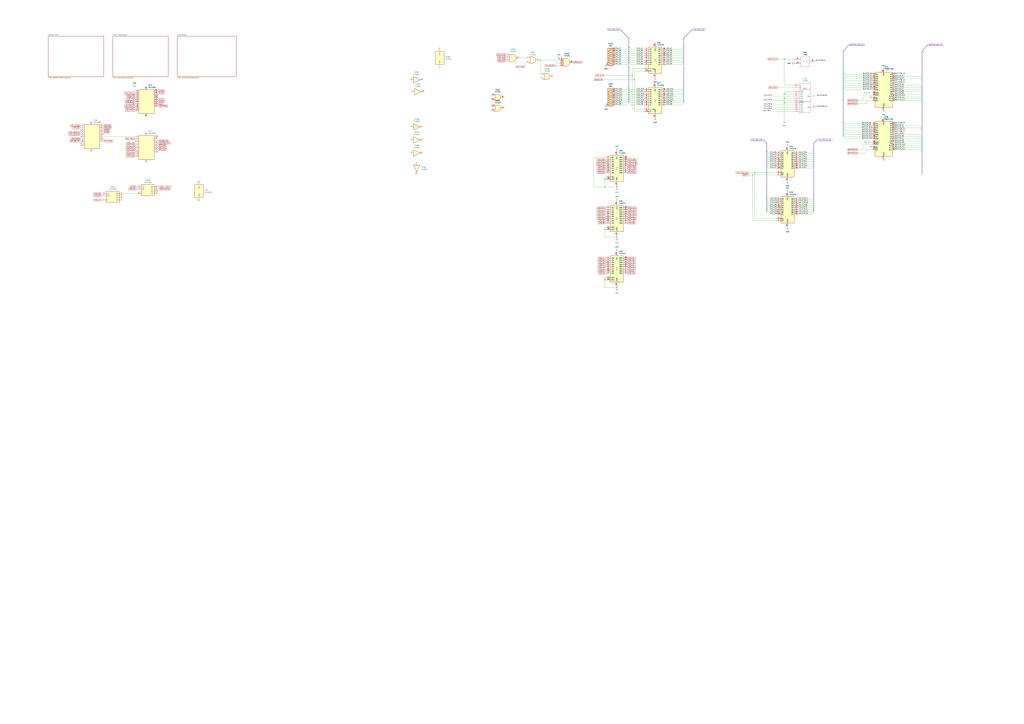
<source format=kicad_sch>
(kicad_sch (version 20211123) (generator eeschema)
  (paper "A0")
  (junction (at 627.38 69.85))
  (junction (at 716.28 217.17))
  (junction (at 716.28 275.59))
  (junction (at 876.3 200.66))
  (junction (at 648.97 68.58))
  (junction (at 910.59 114.3))
  (junction (at 910.59 68.58))
  (junction (at 910.59 109.22))
  (junction (at 873.76 203.2))
  (junction (at 702.31 325.12))
  (junction (at 716.28 334.01))
  (junction (at 910.59 119.38))
  (junction (at 702.31 266.7))
  (junction (at 702.31 208.28))
  (junction (at 736.6 92.71))
  (junction (at 734.06 87.63))
  (junction (at 702.31 217.17))
  (no_connect (at 182.88 113.03))
  (no_connect (at 182.88 110.49))
  (no_connect (at 119.38 156.21))
  (no_connect (at 93.98 168.91))
  (no_connect (at 119.38 161.29))
  (no_connect (at 93.98 158.75))
  (no_connect (at 93.98 151.13))
  (no_connect (at 93.98 166.37))
  (no_connect (at 157.48 163.83))
  (no_connect (at 182.88 158.75))
  (no_connect (at 182.88 176.53))
  (bus_entry (at 730.25 69.85) (size 2.54 2.54))
  (bus_entry (at 890.27 193.04) (size 2.54 2.54))
  (bus_entry (at 793.75 109.22) (size -2.54 2.54))
  (bus_entry (at 979.17 148.59) (size 2.54 2.54))
  (bus_entry (at 1070.61 161.29) (size -2.54 -2.54))
  (bus_entry (at 730.25 72.39) (size -2.54 2.54))
  (bus_entry (at 730.25 109.22) (size 2.54 2.54))
  (bus_entry (at 793.75 59.69) (size -2.54 2.54))
  (bus_entry (at 944.88 238.76) (size -2.54 2.54))
  (bus_entry (at 730.25 106.68) (size 2.54 2.54))
  (bus_entry (at 890.27 187.96) (size 2.54 2.54))
  (bus_entry (at 793.75 106.68) (size -2.54 2.54))
  (bus_entry (at 1070.61 176.53) (size -2.54 -2.54))
  (bus_entry (at 793.75 64.77) (size -2.54 2.54))
  (bus_entry (at 890.27 177.8) (size 2.54 2.54))
  (bus_entry (at 1070.61 158.75) (size -2.54 -2.54))
  (bus_entry (at 1070.61 93.98) (size -2.54 -2.54))
  (bus_entry (at 730.25 101.6) (size 2.54 2.54))
  (bus_entry (at 944.88 177.8) (size -2.54 2.54))
  (bus_entry (at 730.25 109.22) (size -2.54 2.54))
  (bus_entry (at 730.25 64.77) (size -2.54 2.54))
  (bus_entry (at 730.25 116.84) (size 2.54 2.54))
  (bus_entry (at 944.88 175.26) (size -2.54 2.54))
  (bus_entry (at 730.25 111.76) (size -2.54 2.54))
  (bus_entry (at 944.88 190.5) (size -2.54 2.54))
  (bus_entry (at 979.17 93.98) (size 2.54 2.54))
  (bus_entry (at 1070.61 173.99) (size -2.54 -2.54))
  (bus_entry (at 730.25 59.69) (size -2.54 2.54))
  (bus_entry (at 793.75 57.15) (size -2.54 2.54))
  (bus_entry (at 1070.61 163.83) (size -2.54 -2.54))
  (bus_entry (at 944.88 246.38) (size -2.54 2.54))
  (bus_entry (at 730.25 104.14) (size -2.54 2.54))
  (bus_entry (at 793.75 104.14) (size -2.54 2.54))
  (bus_entry (at 979.17 86.36) (size 2.54 2.54))
  (bus_entry (at 979.17 83.82) (size 2.54 2.54))
  (bus_entry (at 730.25 54.61) (size 2.54 2.54))
  (bus_entry (at 890.27 185.42) (size 2.54 2.54))
  (bus_entry (at 1070.61 116.84) (size -2.54 -2.54))
  (bus_entry (at 793.75 119.38) (size -2.54 2.54))
  (bus_entry (at 730.25 62.23) (size 2.54 2.54))
  (bus_entry (at 1070.61 109.22) (size -2.54 -2.54))
  (bus_entry (at 890.27 228.6) (size 2.54 2.54))
  (bus_entry (at 730.25 59.69) (size 2.54 2.54))
  (bus_entry (at 730.25 114.3) (size -2.54 2.54))
  (bus_entry (at 793.75 62.23) (size -2.54 2.54))
  (bus_entry (at 1070.61 114.3) (size -2.54 -2.54))
  (bus_entry (at 979.17 158.75) (size 2.54 2.54))
  (bus_entry (at 793.75 67.31) (size -2.54 2.54))
  (bus_entry (at 979.17 99.06) (size 2.54 2.54))
  (bus_entry (at 944.88 241.3) (size -2.54 2.54))
  (bus_entry (at 793.75 111.76) (size -2.54 2.54))
  (bus_entry (at 1070.61 171.45) (size -2.54 -2.54))
  (bus_entry (at 793.75 69.85) (size -2.54 2.54))
  (bus_entry (at 890.27 233.68) (size 2.54 2.54))
  (bus_entry (at 890.27 180.34) (size 2.54 2.54))
  (bus_entry (at 979.17 140.97) (size 2.54 2.54))
  (bus_entry (at 1070.61 148.59) (size -2.54 -2.54))
  (bus_entry (at 979.17 156.21) (size 2.54 2.54))
  (bus_entry (at 793.75 54.61) (size -2.54 2.54))
  (bus_entry (at 944.88 236.22) (size -2.54 2.54))
  (bus_entry (at 1070.61 168.91) (size -2.54 -2.54))
  (bus_entry (at 944.88 185.42) (size -2.54 2.54))
  (bus_entry (at 979.17 88.9) (size 2.54 2.54))
  (bus_entry (at 730.25 67.31) (size -2.54 2.54))
  (bus_entry (at 944.88 180.34) (size -2.54 2.54))
  (bus_entry (at 890.27 243.84) (size 2.54 2.54))
  (bus_entry (at 890.27 182.88) (size 2.54 2.54))
  (bus_entry (at 1070.61 111.76) (size -2.54 -2.54))
  (bus_entry (at 1070.61 104.14) (size -2.54 -2.54))
  (bus_entry (at 730.25 104.14) (size 2.54 2.54))
  (bus_entry (at 730.25 57.15) (size -2.54 2.54))
  (bus_entry (at 1070.61 91.44) (size -2.54 -2.54))
  (bus_entry (at 979.17 101.6) (size 2.54 2.54))
  (bus_entry (at 1070.61 101.6) (size -2.54 -2.54))
  (bus_entry (at 979.17 96.52) (size 2.54 2.54))
  (bus_entry (at 890.27 175.26) (size 2.54 2.54))
  (bus_entry (at 979.17 91.44) (size 2.54 2.54))
  (bus_entry (at 890.27 236.22) (size 2.54 2.54))
  (bus_entry (at 1070.61 106.68) (size -2.54 -2.54))
  (bus_entry (at 890.27 231.14) (size 2.54 2.54))
  (bus_entry (at 944.88 193.04) (size -2.54 2.54))
  (bus_entry (at 730.25 57.15) (size 2.54 2.54))
  (bus_entry (at 793.75 101.6) (size -2.54 2.54))
  (bus_entry (at 890.27 190.5) (size 2.54 2.54))
  (bus_entry (at 730.25 62.23) (size -2.54 2.54))
  (bus_entry (at 730.25 72.39) (size 2.54 2.54))
  (bus_entry (at 730.25 54.61) (size -2.54 2.54))
  (bus_entry (at 1070.61 151.13) (size -2.54 -2.54))
  (bus_entry (at 979.17 143.51) (size 2.54 2.54))
  (bus_entry (at 944.88 228.6) (size -2.54 2.54))
  (bus_entry (at 730.25 119.38) (size -2.54 2.54))
  (bus_entry (at 730.25 114.3) (size 2.54 2.54))
  (bus_entry (at 979.17 146.05) (size 2.54 2.54))
  (bus_entry (at 793.75 114.3) (size -2.54 2.54))
  (bus_entry (at 730.25 116.84) (size -2.54 2.54))
  (bus_entry (at 793.75 116.84) (size -2.54 2.54))
  (bus_entry (at 944.88 243.84) (size -2.54 2.54))
  (bus_entry (at 890.27 246.38) (size 2.54 2.54))
  (bus_entry (at 944.88 187.96) (size -2.54 2.54))
  (bus_entry (at 730.25 106.68) (size -2.54 2.54))
  (bus_entry (at 944.88 233.68) (size -2.54 2.54))
  (bus_entry (at 1070.61 119.38) (size -2.54 -2.54))
  (bus_entry (at 979.17 153.67) (size 2.54 2.54))
  (bus_entry (at 890.27 241.3) (size 2.54 2.54))
  (bus_entry (at 944.88 231.14) (size -2.54 2.54))
  (bus_entry (at 979.17 151.13) (size 2.54 2.54))
  (bus_entry (at 1070.61 166.37) (size -2.54 -2.54))
  (bus_entry (at 730.25 119.38) (size 2.54 2.54))
  (bus_entry (at 890.27 238.76) (size 2.54 2.54))
  (bus_entry (at 730.25 67.31) (size 2.54 2.54))
  (bus_entry (at 793.75 72.39) (size -2.54 2.54))
  (bus_entry (at 730.25 69.85) (size -2.54 2.54))
  (bus_entry (at 730.25 101.6) (size -2.54 2.54))
  (bus_entry (at 944.88 182.88) (size -2.54 2.54))
  (bus_entry (at 730.25 64.77) (size 2.54 2.54))
  (bus_entry (at 730.25 111.76) (size 2.54 2.54))
  (wire (pts (xy 901.7 256.54) (xy 873.76 256.54)))
  (bus (pts (xy 793.75 44.45) (xy 793.75 54.61)))
  (wire (pts (xy 626.11 69.85) (xy 627.38 69.85)))
  (wire (pts (xy 716.28 218.44) (xy 716.28 217.17)))
  (wire (pts (xy 981.71 101.6) (xy 1013.46 101.6)))
  (wire (pts (xy 1068.07 88.9) (xy 1038.86 88.9)))
  (bus (pts (xy 1070.61 59.69) (xy 1076.96 52.07)))
  (bus (pts (xy 793.75 114.3) (xy 793.75 116.84)))
  (wire (pts (xy 732.79 109.22) (xy 748.03 109.22)))
  (wire (pts (xy 892.81 233.68) (xy 901.7 233.68)))
  (wire (pts (xy 892.81 231.14) (xy 901.7 231.14)))
  (wire (pts (xy 727.71 67.31) (xy 713.74 67.31)))
  (wire (pts (xy 716.28 217.17) (xy 716.28 215.9)))
  (bus (pts (xy 730.25 64.77) (xy 730.25 62.23)))
  (bus (pts (xy 890.27 193.04) (xy 890.27 228.6)))
  (wire (pts (xy 727.71 114.3) (xy 713.74 114.3)))
  (bus (pts (xy 944.88 166.37) (xy 944.88 175.26)))
  (wire (pts (xy 791.21 119.38) (xy 773.43 119.38)))
  (wire (pts (xy 981.71 96.52) (xy 1013.46 96.52)))
  (wire (pts (xy 732.79 62.23) (xy 748.03 62.23)))
  (wire (pts (xy 689.61 182.88) (xy 689.61 217.17)))
  (bus (pts (xy 979.17 143.51) (xy 979.17 146.05)))
  (wire (pts (xy 791.21 64.77) (xy 773.43 64.77)))
  (wire (pts (xy 732.79 106.68) (xy 748.03 106.68)))
  (wire (pts (xy 727.71 57.15) (xy 713.74 57.15)))
  (bus (pts (xy 730.25 59.69) (xy 730.25 57.15)))
  (wire (pts (xy 942.34 180.34) (xy 927.1 180.34)))
  (wire (pts (xy 896.62 111.76) (xy 920.75 111.76)))
  (wire (pts (xy 732.79 116.84) (xy 748.03 116.84)))
  (wire (pts (xy 892.81 190.5) (xy 901.7 190.5)))
  (bus (pts (xy 793.75 59.69) (xy 793.75 62.23)))
  (wire (pts (xy 702.31 205.74) (xy 702.31 208.28)))
  (bus (pts (xy 793.75 111.76) (xy 793.75 114.3)))
  (bus (pts (xy 1070.61 119.38) (xy 1070.61 116.84)))
  (wire (pts (xy 732.79 119.38) (xy 748.03 119.38)))
  (wire (pts (xy 942.34 246.38) (xy 927.1 246.38)))
  (bus (pts (xy 793.75 67.31) (xy 793.75 69.85)))
  (wire (pts (xy 1068.07 99.06) (xy 1038.86 99.06)))
  (bus (pts (xy 890.27 231.14) (xy 890.27 233.68)))
  (wire (pts (xy 873.76 203.2) (xy 869.95 203.2)))
  (wire (pts (xy 703.58 205.74) (xy 702.31 205.74)))
  (bus (pts (xy 944.88 233.68) (xy 944.88 236.22)))
  (wire (pts (xy 904.24 101.6) (xy 920.75 101.6)))
  (wire (pts (xy 1068.07 91.44) (xy 1038.86 91.44)))
  (wire (pts (xy 981.71 151.13) (xy 1013.46 151.13)))
  (wire (pts (xy 1068.07 163.83) (xy 1038.86 163.83)))
  (bus (pts (xy 1070.61 176.53) (xy 1070.61 173.99)))
  (wire (pts (xy 922.02 68.58) (xy 910.59 68.58)))
  (wire (pts (xy 646.43 73.66) (xy 650.24 73.66)))
  (wire (pts (xy 732.79 59.69) (xy 748.03 59.69)))
  (wire (pts (xy 1005.84 177.8) (xy 1005.84 173.99)))
  (bus (pts (xy 979.17 83.82) (xy 979.17 86.36)))
  (bus (pts (xy 1070.61 101.6) (xy 1070.61 93.98)))
  (wire (pts (xy 892.81 177.8) (xy 901.7 177.8)))
  (wire (pts (xy 1068.07 158.75) (xy 1038.86 158.75)))
  (wire (pts (xy 791.21 57.15) (xy 773.43 57.15)))
  (wire (pts (xy 791.21 104.14) (xy 773.43 104.14)))
  (bus (pts (xy 730.25 62.23) (xy 730.25 59.69)))
  (wire (pts (xy 734.06 80.01) (xy 734.06 87.63)))
  (wire (pts (xy 716.28 335.28) (xy 716.28 334.01)))
  (wire (pts (xy 1068.07 148.59) (xy 1038.86 148.59)))
  (wire (pts (xy 1068.07 101.6) (xy 1038.86 101.6)))
  (wire (pts (xy 1068.07 173.99) (xy 1038.86 173.99)))
  (wire (pts (xy 732.79 67.31) (xy 748.03 67.31)))
  (wire (pts (xy 791.21 72.39) (xy 773.43 72.39)))
  (wire (pts (xy 942.34 190.5) (xy 927.1 190.5)))
  (wire (pts (xy 748.03 80.01) (xy 734.06 80.01)))
  (wire (pts (xy 910.59 68.58) (xy 910.59 99.06)))
  (bus (pts (xy 979.17 156.21) (xy 979.17 158.75)))
  (wire (pts (xy 1002.03 116.84) (xy 1002.03 110.49)))
  (wire (pts (xy 1068.07 166.37) (xy 1038.86 166.37)))
  (wire (pts (xy 736.6 92.71) (xy 736.6 129.54)))
  (wire (pts (xy 702.31 275.59) (xy 716.28 275.59)))
  (wire (pts (xy 942.34 185.42) (xy 927.1 185.42)))
  (bus (pts (xy 944.88 180.34) (xy 944.88 182.88)))
  (wire (pts (xy 981.71 143.51) (xy 1013.46 143.51)))
  (bus (pts (xy 1070.61 163.83) (xy 1070.61 161.29)))
  (wire (pts (xy 942.34 233.68) (xy 927.1 233.68)))
  (bus (pts (xy 944.88 238.76) (xy 944.88 241.3)))
  (wire (pts (xy 791.21 69.85) (xy 773.43 69.85)))
  (bus (pts (xy 886.46 162.56) (xy 890.27 166.37)))
  (bus (pts (xy 890.27 238.76) (xy 890.27 241.3)))
  (bus (pts (xy 793.75 72.39) (xy 793.75 101.6)))
  (bus (pts (xy 944.88 231.14) (xy 944.88 233.68)))
  (wire (pts (xy 748.03 129.54) (xy 736.6 129.54)))
  (bus (pts (xy 979.17 148.59) (xy 979.17 151.13)))
  (bus (pts (xy 1070.61 148.59) (xy 1070.61 151.13)))
  (wire (pts (xy 942.34 177.8) (xy 927.1 177.8)))
  (bus (pts (xy 890.27 190.5) (xy 890.27 193.04)))
  (bus (pts (xy 793.75 116.84) (xy 793.75 119.38)))
  (wire (pts (xy 1068.07 161.29) (xy 1038.86 161.29)))
  (wire (pts (xy 892.81 193.04) (xy 901.7 193.04)))
  (wire (pts (xy 727.71 109.22) (xy 713.74 109.22)))
  (wire (pts (xy 701.04 92.71) (xy 736.6 92.71)))
  (wire (pts (xy 727.71 116.84) (xy 713.74 116.84)))
  (wire (pts (xy 703.58 266.7) (xy 702.31 266.7)))
  (bus (pts (xy 1070.61 91.44) (xy 1070.61 93.98)))
  (wire (pts (xy 996.95 120.65) (xy 1005.84 120.65)))
  (wire (pts (xy 727.71 59.69) (xy 713.74 59.69)))
  (bus (pts (xy 803.91 34.29) (xy 793.75 44.45)))
  (wire (pts (xy 732.79 64.77) (xy 748.03 64.77)))
  (bus (pts (xy 944.88 243.84) (xy 944.88 246.38)))
  (wire (pts (xy 736.6 82.55) (xy 736.6 92.71)))
  (bus (pts (xy 1070.61 114.3) (xy 1070.61 111.76)))
  (bus (pts (xy 979.17 91.44) (xy 979.17 93.98)))
  (wire (pts (xy 791.21 62.23) (xy 773.43 62.23)))
  (wire (pts (xy 876.3 254) (xy 876.3 200.66)))
  (bus (pts (xy 944.88 228.6) (xy 944.88 231.14)))
  (bus (pts (xy 944.88 193.04) (xy 944.88 228.6)))
  (wire (pts (xy 1005.84 116.84) (xy 1013.46 116.84)))
  (bus (pts (xy 730.25 109.22) (xy 730.25 106.68)))
  (bus (pts (xy 944.88 182.88) (xy 944.88 185.42)))
  (wire (pts (xy 1005.84 120.65) (xy 1005.84 116.84)))
  (wire (pts (xy 892.81 185.42) (xy 901.7 185.42)))
  (wire (pts (xy 748.03 127) (xy 734.06 127)))
  (wire (pts (xy 732.79 57.15) (xy 748.03 57.15)))
  (wire (pts (xy 910.59 114.3) (xy 910.59 119.38)))
  (wire (pts (xy 627.38 86.36) (xy 627.38 69.85)))
  (wire (pts (xy 716.28 275.59) (xy 716.28 274.32)))
  (bus (pts (xy 1070.61 59.69) (xy 1070.61 91.44)))
  (wire (pts (xy 650.24 71.12) (xy 648.97 71.12)))
  (wire (pts (xy 981.71 148.59) (xy 1013.46 148.59)))
  (wire (pts (xy 1010.92 165.1) (xy 1013.46 165.1)))
  (bus (pts (xy 979.17 88.9) (xy 979.17 91.44)))
  (wire (pts (xy 1068.07 109.22) (xy 1038.86 109.22)))
  (bus (pts (xy 979.17 151.13) (xy 979.17 153.67)))
  (wire (pts (xy 942.34 187.96) (xy 927.1 187.96)))
  (wire (pts (xy 646.43 76.2) (xy 650.24 76.2)))
  (wire (pts (xy 732.79 114.3) (xy 748.03 114.3)))
  (bus (pts (xy 730.25 101.6) (xy 730.25 72.39)))
  (wire (pts (xy 981.71 153.67) (xy 1013.46 153.67)))
  (bus (pts (xy 1070.61 161.29) (xy 1070.61 158.75)))
  (wire (pts (xy 727.71 64.77) (xy 713.74 64.77)))
  (bus (pts (xy 1070.61 173.99) (xy 1070.61 171.45)))
  (wire (pts (xy 892.81 187.96) (xy 901.7 187.96)))
  (wire (pts (xy 869.95 200.66) (xy 876.3 200.66)))
  (wire (pts (xy 791.21 111.76) (xy 773.43 111.76)))
  (bus (pts (xy 793.75 54.61) (xy 793.75 57.15)))
  (bus (pts (xy 890.27 243.84) (xy 890.27 246.38)))
  (wire (pts (xy 981.71 104.14) (xy 1013.46 104.14)))
  (bus (pts (xy 793.75 101.6) (xy 793.75 104.14)))
  (wire (pts (xy 896.62 116.84) (xy 920.75 116.84)))
  (bus (pts (xy 1070.61 168.91) (xy 1070.61 166.37)))
  (wire (pts (xy 1068.07 106.68) (xy 1038.86 106.68)))
  (bus (pts (xy 793.75 104.14) (xy 793.75 106.68)))
  (wire (pts (xy 791.21 74.93) (xy 773.43 74.93)))
  (wire (pts (xy 981.71 161.29) (xy 1013.46 161.29)))
  (wire (pts (xy 732.79 74.93) (xy 748.03 74.93)))
  (bus (pts (xy 730.25 104.14) (xy 730.25 101.6)))
  (bus (pts (xy 730.25 69.85) (xy 730.25 67.31)))
  (bus (pts (xy 890.27 180.34) (xy 890.27 182.88)))
  (bus (pts (xy 730.25 119.38) (xy 730.25 116.84)))
  (wire (pts (xy 981.71 156.21) (xy 1013.46 156.21)))
  (wire (pts (xy 920.75 109.22) (xy 910.59 109.22)))
  (wire (pts (xy 650.24 68.58) (xy 648.97 68.58)))
  (bus (pts (xy 979.17 153.67) (xy 979.17 156.21)))
  (bus (pts (xy 944.88 190.5) (xy 944.88 193.04)))
  (wire (pts (xy 895.35 129.54) (xy 920.75 129.54)))
  (wire (pts (xy 791.21 114.3) (xy 773.43 114.3)))
  (wire (pts (xy 727.71 62.23) (xy 713.74 62.23)))
  (wire (pts (xy 892.81 195.58) (xy 901.7 195.58)))
  (wire (pts (xy 609.6 72.39) (xy 610.87 72.39)))
  (wire (pts (xy 892.81 241.3) (xy 901.7 241.3)))
  (bus (pts (xy 793.75 69.85) (xy 793.75 72.39)))
  (wire (pts (xy 1068.07 156.21) (xy 1038.86 156.21)))
  (bus (pts (xy 793.75 64.77) (xy 793.75 67.31)))
  (wire (pts (xy 942.34 231.14) (xy 927.1 231.14)))
  (bus (pts (xy 730.25 111.76) (xy 730.25 109.22)))
  (wire (pts (xy 920.75 106.68) (xy 910.59 106.68)))
  (wire (pts (xy 609.6 77.47) (xy 609.6 72.39)))
  (wire (pts (xy 603.25 67.31) (xy 610.87 67.31)))
  (wire (pts (xy 702.31 87.63) (xy 734.06 87.63)))
  (bus (pts (xy 793.75 109.22) (xy 793.75 111.76)))
  (bus (pts (xy 979.17 146.05) (xy 979.17 148.59)))
  (wire (pts (xy 1068.07 168.91) (xy 1038.86 168.91)))
  (wire (pts (xy 942.34 193.04) (xy 927.1 193.04)))
  (bus (pts (xy 1070.61 158.75) (xy 1070.61 151.13)))
  (wire (pts (xy 703.58 182.88) (xy 689.61 182.88)))
  (wire (pts (xy 703.58 208.28) (xy 702.31 208.28)))
  (bus (pts (xy 979.17 59.69) (xy 979.17 83.82)))
  (wire (pts (xy 876.3 200.66) (xy 901.7 200.66)))
  (bus (pts (xy 1070.61 106.68) (xy 1070.61 104.14)))
  (wire (pts (xy 791.21 121.92) (xy 773.43 121.92)))
  (bus (pts (xy 944.88 241.3) (xy 944.88 243.84)))
  (bus (pts (xy 944.88 175.26) (xy 944.88 177.8)))
  (wire (pts (xy 892.81 246.38) (xy 901.7 246.38)))
  (bus (pts (xy 948.69 162.56) (xy 944.88 166.37)))
  (wire (pts (xy 892.81 180.34) (xy 901.7 180.34)))
  (wire (pts (xy 727.71 104.14) (xy 713.74 104.14)))
  (bus (pts (xy 890.27 236.22) (xy 890.27 238.76)))
  (bus (pts (xy 793.75 106.68) (xy 793.75 109.22)))
  (bus (pts (xy 979.17 96.52) (xy 979.17 99.06)))
  (wire (pts (xy 732.79 111.76) (xy 748.03 111.76)))
  (wire (pts (xy 942.34 182.88) (xy 927.1 182.88)))
  (wire (pts (xy 901.7 254) (xy 876.3 254)))
  (wire (pts (xy 732.79 72.39) (xy 748.03 72.39)))
  (bus (pts (xy 890.27 182.88) (xy 890.27 185.42)))
  (wire (pts (xy 703.58 325.12) (xy 702.31 325.12)))
  (wire (pts (xy 1068.07 114.3) (xy 1038.86 114.3)))
  (wire (pts (xy 892.81 182.88) (xy 901.7 182.88)))
  (bus (pts (xy 979.17 93.98) (xy 979.17 96.52)))
  (wire (pts (xy 727.71 74.93) (xy 713.74 74.93)))
  (bus (pts (xy 1070.61 166.37) (xy 1070.61 163.83)))
  (wire (pts (xy 942.34 236.22) (xy 927.1 236.22)))
  (wire (pts (xy 996.95 116.84) (xy 1002.03 116.84)))
  (wire (pts (xy 791.21 59.69) (xy 773.43 59.69)))
  (bus (pts (xy 730.25 116.84) (xy 730.25 114.3)))
  (bus (pts (xy 890.27 185.42) (xy 890.27 187.96)))
  (wire (pts (xy 143.51 224.79) (xy 158.75 224.79)))
  (bus (pts (xy 944.88 236.22) (xy 944.88 238.76)))
  (bus (pts (xy 730.25 106.68) (xy 730.25 104.14)))
  (wire (pts (xy 702.31 266.7) (xy 702.31 275.59)))
  (wire (pts (xy 646.43 69.85) (xy 646.43 73.66)))
  (wire (pts (xy 702.31 325.12) (xy 702.31 334.01)))
  (wire (pts (xy 1013.46 171.45) (xy 1010.92 171.45)))
  (wire (pts (xy 1002.03 167.64) (xy 1013.46 167.64)))
  (wire (pts (xy 981.71 86.36) (xy 1013.46 86.36)))
  (bus (pts (xy 890.27 187.96) (xy 890.27 190.5)))
  (wire (pts (xy 157.48 105.41) (xy 156.21 105.41)))
  (bus (pts (xy 890.27 228.6) (xy 890.27 231.14)))
  (wire (pts (xy 981.71 91.44) (xy 1013.46 91.44)))
  (wire (pts (xy 896.62 124.46) (xy 920.75 124.46)))
  (bus (pts (xy 979.17 140.97) (xy 979.17 143.51)))
  (wire (pts (xy 892.81 243.84) (xy 901.7 243.84)))
  (wire (pts (xy 996.95 177.8) (xy 1005.84 177.8)))
  (bus (pts (xy 720.09 34.29) (xy 730.25 44.45)))
  (wire (pts (xy 942.34 243.84) (xy 927.1 243.84)))
  (wire (pts (xy 896.62 121.92) (xy 920.75 121.92)))
  (bus (pts (xy 1070.61 116.84) (xy 1070.61 114.3)))
  (wire (pts (xy 1005.84 173.99) (xy 1013.46 173.99)))
  (wire (pts (xy 920.75 119.38) (xy 910.59 119.38)))
  (wire (pts (xy 156.21 105.41) (xy 156.21 101.6)))
  (bus (pts (xy 1070.61 109.22) (xy 1070.61 106.68)))
  (wire (pts (xy 716.28 334.01) (xy 716.28 332.74)))
  (wire (pts (xy 910.59 119.38) (xy 910.59 140.97)))
  (wire (pts (xy 727.71 121.92) (xy 713.74 121.92)))
  (bus (pts (xy 730.25 72.39) (xy 730.25 69.85)))
  (wire (pts (xy 892.81 248.92) (xy 901.7 248.92)))
  (wire (pts (xy 627.38 69.85) (xy 646.43 69.85)))
  (wire (pts (xy 727.71 111.76) (xy 713.74 111.76)))
  (wire (pts (xy 1002.03 110.49) (xy 1013.46 110.49)))
  (wire (pts (xy 981.71 99.06) (xy 1013.46 99.06)))
  (wire (pts (xy 1002.03 173.99) (xy 1002.03 167.64)))
  (wire (pts (xy 873.76 256.54) (xy 873.76 203.2)))
  (bus (pts (xy 979.17 59.69) (xy 985.52 52.07)))
  (wire (pts (xy 702.31 334.01) (xy 716.28 334.01)))
  (wire (pts (xy 791.21 67.31) (xy 773.43 67.31)))
  (bus (pts (xy 890.27 166.37) (xy 890.27 175.26)))
  (bus (pts (xy 730.25 54.61) (xy 730.25 44.45)))
  (bus (pts (xy 1070.61 171.45) (xy 1070.61 168.91)))
  (wire (pts (xy 648.97 68.58) (xy 648.97 71.12)))
  (wire (pts (xy 942.34 248.92) (xy 927.1 248.92)))
  (wire (pts (xy 727.71 72.39) (xy 713.74 72.39)))
  (bus (pts (xy 979.17 99.06) (xy 979.17 101.6)))
  (bus (pts (xy 730.25 114.3) (xy 730.25 111.76)))
  (wire (pts (xy 896.62 127) (xy 920.75 127)))
  (bus (pts (xy 793.75 62.23) (xy 793.75 64.77)))
  (wire (pts (xy 791.21 109.22) (xy 773.43 109.22)))
  (wire (pts (xy 910.59 99.06) (xy 920.75 99.06)))
  (bus (pts (xy 730.25 57.15) (xy 730.25 54.61)))
  (wire (pts (xy 910.59 106.68) (xy 910.59 109.22)))
  (wire (pts (xy 748.03 82.55) (xy 736.6 82.55)))
  (bus (pts (xy 1070.61 119.38) (xy 1070.61 148.59)))
  (bus (pts (xy 944.88 177.8) (xy 944.88 180.34)))
  (wire (pts (xy 732.79 121.92) (xy 748.03 121.92)))
  (wire (pts (xy 119.38 158.75) (xy 157.48 158.75)))
  (wire (pts (xy 1010.92 107.95) (xy 1013.46 107.95)))
  (wire (pts (xy 981.71 93.98) (xy 1013.46 93.98)))
  (wire (pts (xy 1068.07 146.05) (xy 1038.86 146.05)))
  (wire (pts (xy 734.06 127) (xy 734.06 87.63)))
  (wire (pts (xy 702.31 322.58) (xy 702.31 325.12)))
  (bus (pts (xy 944.88 185.42) (xy 944.88 187.96)))
  (wire (pts (xy 716.28 276.86) (xy 716.28 275.59)))
  (wire (pts (xy 901.7 203.2) (xy 873.76 203.2)))
  (wire (pts (xy 892.81 236.22) (xy 901.7 236.22)))
  (wire (pts (xy 703.58 322.58) (xy 702.31 322.58)))
  (wire (pts (xy 732.79 104.14) (xy 748.03 104.14)))
  (wire (pts (xy 981.71 158.75) (xy 1013.46 158.75)))
  (wire (pts (xy 727.71 69.85) (xy 713.74 69.85)))
  (bus (pts (xy 793.75 57.15) (xy 793.75 59.69)))
  (wire (pts (xy 703.58 264.16) (xy 702.31 264.16)))
  (wire (pts (xy 942.34 241.3) (xy 927.1 241.3)))
  (wire (pts (xy 791.21 116.84) (xy 773.43 116.84)))
  (wire (pts (xy 732.79 69.85) (xy 748.03 69.85)))
  (wire (pts (xy 1068.07 111.76) (xy 1038.86 111.76)))
  (wire (pts (xy 942.34 238.76) (xy 927.1 238.76)))
  (bus (pts (xy 730.25 67.31) (xy 730.25 64.77)))
  (wire (pts (xy 702.31 217.17) (xy 716.28 217.17)))
  (bus (pts (xy 979.17 86.36) (xy 979.17 88.9)))
  (wire (pts (xy 1068.07 104.14) (xy 1038.86 104.14)))
  (wire (pts (xy 702.31 264.16) (xy 702.31 266.7)))
  (bus (pts (xy 979.17 101.6) (xy 979.17 140.97)))
  (wire (pts (xy 942.34 195.58) (xy 927.1 195.58)))
  (wire (pts (xy 727.71 106.68) (xy 713.74 106.68)))
  (wire (pts (xy 981.71 88.9) (xy 1013.46 88.9)))
  (wire (pts (xy 1068.07 116.84) (xy 1038.86 116.84)))
  (bus (pts (xy 1070.61 111.76) (xy 1070.61 109.22)))
  (wire (pts (xy 920.75 114.3) (xy 910.59 114.3)))
  (bus (pts (xy 1070.61 104.14) (xy 1070.61 101.6)))
  (bus (pts (xy 890.27 241.3) (xy 890.27 243.84)))
  (wire (pts (xy 892.81 238.76) (xy 901.7 238.76)))
  (bus (pts (xy 890.27 175.26) (xy 890.27 177.8)))
  (bus (pts (xy 1070.61 176.53) (xy 1070.61 203.2)))
  (wire (pts (xy 1068.07 171.45) (xy 1038.86 171.45)))
  (wire (pts (xy 702.31 208.28) (xy 702.31 217.17)))
  (wire (pts (xy 904.24 68.58) (xy 910.59 68.58)))
  (wire (pts (xy 1013.46 114.3) (xy 1010.92 114.3)))
  (bus (pts (xy 890.27 233.68) (xy 890.27 236.22)))
  (bus (pts (xy 944.88 187.96) (xy 944.88 190.5)))
  (wire (pts (xy 791.21 106.68) (xy 773.43 106.68)))
  (wire (pts (xy 910.59 109.22) (xy 910.59 114.3)))
  (wire (pts (xy 981.71 146.05) (xy 1013.46 146.05)))
  (wire (pts (xy 689.61 217.17) (xy 702.31 217.17)))
  (wire (pts (xy 727.71 119.38) (xy 713.74 119.38)))
  (bus (pts (xy 890.27 177.8) (xy 890.27 180.34)))
  (wire (pts (xy 996.95 173.99) (xy 1002.03 173.99)))
  (label "VID_CTRL13" (at 927.1 246.38 0))
  (label "CPU_D11" (at 713.74 114.3 0))
  (label "CPU_D15" (at 894.08 248.92 0))
  (label "V33_D5" (at 773.43 62.23 0))
  (label "VID_CTRL9" (at 927.1 241.3 0))
  (label "CPU_D3" (at 894.08 190.5 0))
  (label "BUFFER_D4" (at 1002.03 96.52 0))
  (label "VID_CTRL8" (at 927.1 238.76 0))
  (label "VID_CTRL14" (at 927.1 231.14 0))
  (label "VID_CTRL2" (at 896.62 111.76 180))
  (label "CPU_D12" (at 739.14 111.76 0))
  (label "CPU_D8" (at 894.08 238.76 0))
  (label "CPU_D14" (at 713.74 106.68 0))
  (label "BUFFER_D14" (at 1000.76 158.75 0))
  (label "CPU_D2" (at 713.74 69.85 0))
  (label "CPU_D12" (at 894.08 233.68 0))
  (label "VID_CTRL4" (at 895.35 129.54 180))
  (label "V33_D1" (at 773.43 72.39 0))
  (label "CPU_D0" (at 894.08 185.42 0))
  (label "BUFFER_A8" (at 1038.86 106.68 0))
  (label "BUFFER_D2" (at 1002.03 91.44 0))
  (label "CPU_D3" (at 739.14 67.31 0))
  (label "BUFFER_D9" (at 1000.76 146.05 0))
  (label "CPU_D14" (at 739.14 106.68 0))
  (label "CPU_D11" (at 894.08 243.84 0))
  (label "VID_CTRL12" (at 927.1 233.68 0))
  (label "BUFFER_D5" (at 1002.03 99.06 0))
  (label "VID_CTRL11" (at 927.1 243.84 0))
  (label "VID_CTRL1" (at 896.62 124.46 180))
  (label "V33_D2" (at 773.43 69.85 0))
  (label "V33_D13" (at 773.43 109.22 0))
  (label "BUFFER_D11" (at 1000.76 151.13 0))
  (label "CPU_D5" (at 739.14 62.23 0))
  (label "CPU_D10" (at 739.14 116.84 0))
  (label "CPU_D11" (at 739.14 114.3 0))
  (label "VID_CTRL3" (at 927.1 190.5 0))
  (label "CPU_D1" (at 739.14 72.39 0))
  (label "BUFFER_A6" (at 1038.86 158.75 0))
  (label "VID_CTRL7" (at 927.1 195.58 0))
  (label "CPU_D4" (at 894.08 180.34 0))
  (label "VID_CTRL0" (at 927.1 185.42 0))
  (label "CPU_D13" (at 713.74 109.22 0))
  (label "BUFFER_A12" (at 1038.86 173.99 0))
  (label "BUFFERB_A0" (at 1038.86 86.36 0))
  (label "VID_CTRL1" (at 927.1 187.96 0))
  (label "BUFFER_A1" (at 1038.86 88.9 0))
  (label "BUFFERB_A4" (at 1038.86 96.52 0))
  (label "CPU_D8" (at 739.14 121.92 0))
  (label "BUFFERB_A0" (at 948.69 111.76 0))
  (label "BUFFER_D7" (at 1002.03 104.14 0))
  (label "BUFFERB_A0" (at 1038.86 143.51 0))
  (label "CPU_D5" (at 894.08 193.04 0))
  (label "CPU_D7" (at 894.08 195.58 0))
  (label "BUFFER_D15" (at 1000.76 161.29 0))
  (label "VID_CTRL5" (at 896.62 116.84 180))
  (label "V33_D14" (at 773.43 106.68 0))
  (label "CPU_D6" (at 894.08 177.8 0))
  (label "CPU_D0" (at 713.74 74.93 0))
  (label "CPU_D2" (at 739.14 69.85 0))
  (label "CPU_D9" (at 894.08 241.3 0))
  (label "BUFFER_A5" (at 1038.86 99.06 0))
  (label "BUFFER_D10" (at 1000.76 148.59 0))
  (label "CPU_D4" (at 739.14 64.77 0))
  (label "V33_D9" (at 773.43 119.38 0))
  (label "V33_D8" (at 773.43 121.92 0))
  (label "V33_D10" (at 773.43 116.84 0))
  (label "V33_D0" (at 773.43 74.93 0))
  (label "CPU_D13" (at 894.08 246.38 0))
  (label "BUFFERB_A4" (at 1038.86 153.67 0))
  (label "BUFFER_D3" (at 1002.03 93.98 0))
  (label "V33_D4" (at 773.43 64.77 0))
  (label "BUFFER_D12" (at 1000.76 153.67 0))
  (label "VID_CTRL4" (at 927.1 180.34 0))
  (label "BUFFER_A1" (at 1038.86 146.05 0))
  (label "BUFFER_A10" (at 1038.86 168.91 0))
  (label "VID_CTRL10" (at 927.1 236.22 0))
  (label "BUFFER_A6" (at 1038.86 101.6 0))
  (label "BUFFER_A5" (at 1038.86 156.21 0))
  (label "CPU_D1" (at 894.08 187.96 0))
  (label "BUFFER_A9" (at 1038.86 109.22 0))
  (label "BUFFER_A11" (at 1038.86 114.3 0))
  (label "V33_D12" (at 773.43 111.76 0))
  (label "BUFFERB_A3" (at 1038.86 93.98 0))
  (label "CPU_D15" (at 739.14 104.14 0))
  (label "BUFFERB_A3" (at 1038.86 151.13 0))
  (label "CPU_D1" (at 713.74 72.39 0))
  (label "VID_CTRL15" (at 927.1 248.92 0))
  (label "CPU_D6" (at 713.74 59.69 0))
  (label "CPU_D8" (at 713.74 121.92 0))
  (label "CPU_D14" (at 894.08 231.14 0))
  (label "BUFFER_A12" (at 1038.86 116.84 0))
  (label "CPU_D12" (at 713.74 111.76 0))
  (label "BUFFERB_A3" (at 948.69 124.46 0))
  (label "CPU_D5" (at 713.74 62.23 0))
  (label "CPU_D2" (at 894.08 182.88 0))
  (label "VID_CTRL3" (at 896.62 127 180))
  (label "BUFFERB_A4" (at 947.42 71.12 0))
  (label "CPU_D7" (at 713.74 57.15 0))
  (label "V33_D3" (at 773.43 67.31 0))
  (label "BUFFER_A10" (at 1038.86 111.76 0))
  (label "BUFFER_A7" (at 1038.86 104.14 0))
  (label "BUFFER_A11" (at 1038.86 171.45 0))
  (label "V33_D6" (at 773.43 59.69 0))
  (label "CPU_D9" (at 739.14 119.38 0))
  (label "CPU_D7" (at 739.14 57.15 0))
  (label "BUFFER_D13" (at 1000.76 156.21 0))
  (label "BUFFER_A9" (at 1038.86 166.37 0))
  (label "CPU_D0" (at 739.14 74.93 0))
  (label "BUFFER_D8" (at 1000.76 143.51 0))
  (label "CPU_D10" (at 894.08 236.22 0))
  (label "BUFFER_D6" (at 1002.03 101.6 0))
  (label "BUFFER_A7" (at 1038.86 161.29 0))
  (label "V33_D15" (at 773.43 104.14 0))
  (label "CPU_D13" (at 739.14 109.22 0))
  (label "BUFFER_A2" (at 1038.86 91.44 0))
  (label "BUFFER_D0" (at 1002.03 86.36 0))
  (label "BUFFER_A2" (at 1038.86 148.59 0))
  (label "CPU_D6" (at 739.14 59.69 0))
  (label "CPU_D15" (at 713.74 104.14 0))
  (label "CPU_D9" (at 713.74 119.38 0))
  (label "VID_CTRL0" (at 896.62 121.92 180))
  (label "VID_CTRL6" (at 927.1 177.8 0))
  (label "BUFFER_A8" (at 1038.86 163.83 0))
  (label "CPU_D4" (at 713.74 64.77 0))
  (label "V33_D11" (at 773.43 114.3 0))
  (label "V33_D7" (at 773.43 57.15 0))
  (label "BUFFER_D1" (at 1002.03 88.9 0))
  (label "VID_CTRL5" (at 927.1 193.04 0))
  (label "CPU_D10" (at 713.74 116.84 0))
  (label "VID_CTRL2" (at 927.1 182.88 0))
  (label "CPU_D3" (at 713.74 67.31 0))
  (global_label "CPU_A11" (shape input) (at 182.88 171.45 0) (property "Intersheet References" "${INTERSHEET_REFS}" (effects hide)))
  (global_label "CPU_A12" (shape input) (at 182.88 173.99 0) (property "Intersheet References" "${INTERSHEET_REFS}" (effects hide)))
  (global_label "VID_CTRL_CLK" (shape input) (at 869.95 200.66 180) (property "Intersheet References" "${INTERSHEET_REFS}" (effects hide)))
  (global_label "CPU_A6" (shape input) (at 118.11 224.79 180) (property "Intersheet References" "${INTERSHEET_REFS}" (effects hide)))
  (global_label "V33_A15" (shape input) (at 703.58 248.92 180) (property "Intersheet References" "${INTERSHEET_REFS}" (effects hide)))
  (global_label "IC63_158" (shape input) (at 157.48 110.49 180) (property "Intersheet References" "${INTERSHEET_REFS}" (effects hide)))
  (global_label "CPU_A11" (shape output) (at 728.98 251.46 0) (property "Intersheet References" "${INTERSHEET_REFS}" (effects hide)))
  (global_label "~{MEM_RD}" (shape input) (at 119.38 146.05 0) (property "Intersheet References" "${INTERSHEET_REFS}" (effects hide)))
  (global_label "CPU_MREQ" (shape input) (at 93.98 146.05 180) (property "Intersheet References" "${INTERSHEET_REFS}" (effects hide)))
  (global_label "CPU_R{slash}~{W}" (shape output) (at 728.98 187.96 0) (property "Intersheet References" "${INTERSHEET_REFS}" (effects hide)))
  (global_label "~{LS245_EN}" (shape input) (at 701.04 92.71 180) (property "Intersheet References" "${INTERSHEET_REFS}" (effects hide)))
  (global_label "IC42_136" (shape input) (at 157.48 120.65 180) (property "Intersheet References" "${INTERSHEET_REFS}" (effects hide)))
  (global_label "CPU_A15" (shape input) (at 157.48 176.53 180) (property "Intersheet References" "${INTERSHEET_REFS}" (effects hide)))
  (global_label "~{BUFFER_WE}" (shape input) (at 996.95 120.65 180) (property "Intersheet References" "${INTERSHEET_REFS}" (effects hide)))
  (global_label "~{LS245_EN}" (shape output) (at 665.48 72.39 0) (property "Intersheet References" "${INTERSHEET_REFS}" (effects hide)))
  (global_label "VID_CTRL7" (shape input) (at 157.48 125.73 180) (property "Intersheet References" "${INTERSHEET_REFS}" (effects hide)))
  (global_label "V33_A9" (shape input) (at 703.58 256.54 180) (property "Intersheet References" "${INTERSHEET_REFS}" (effects hide)))
  (global_label "CPU_A1" (shape output) (at 728.98 314.96 0) (property "Intersheet References" "${INTERSHEET_REFS}" (effects hide)))
  (global_label "V33_A18" (shape input) (at 703.58 195.58 180) (property "Intersheet References" "${INTERSHEET_REFS}" (effects hide)))
  (global_label "CPU_A8" (shape output) (at 728.98 259.08 0) (property "Intersheet References" "${INTERSHEET_REFS}" (effects hide)))
  (global_label "V33_A17" (shape input) (at 703.58 198.12 180) (property "Intersheet References" "${INTERSHEET_REFS}" (effects hide)))
  (global_label "V33_A7" (shape input) (at 703.58 307.34 180) (property "Intersheet References" "${INTERSHEET_REFS}" (effects hide)))
  (global_label "V33_A8" (shape input) (at 703.58 259.08 180) (property "Intersheet References" "${INTERSHEET_REFS}" (effects hide)))
  (global_label "~{MEM_WR}" (shape input) (at 182.88 168.91 0) (property "Intersheet References" "${INTERSHEET_REFS}" (effects hide)))
  (global_label "V33_D[0..15]" (shape input) (at 803.91 34.29 0) (property "Intersheet References" "${INTERSHEET_REFS}" (effects hide)))
  (global_label "V33_UBE" (shape input) (at 703.58 185.42 180) (property "Intersheet References" "${INTERSHEET_REFS}" (effects hide)))
  (global_label "CPU_A17" (shape input) (at 588.01 71.12 180) (property "Intersheet References" "${INTERSHEET_REFS}" (effects hide)))
  (global_label "CPU_A12" (shape output) (at 728.98 241.3 0) (property "Intersheet References" "${INTERSHEET_REFS}" (effects hide)))
  (global_label "~{RESET}" (shape input) (at 869.95 203.2 180) (property "Intersheet References" "${INTERSHEET_REFS}" (effects hide)))
  (global_label "~{CPU_WE}" (shape input) (at 93.98 148.59 180) (property "Intersheet References" "${INTERSHEET_REFS}" (effects hide)))
  (global_label "~{VID_CTRL6}" (shape input) (at 182.88 123.19 0) (property "Intersheet References" "${INTERSHEET_REFS}" (effects hide)))
  (global_label "CPU_A0" (shape output) (at 728.98 317.5 0) (property "Intersheet References" "${INTERSHEET_REFS}" (effects hide)))
  (global_label "VID_CTRL6" (shape input) (at 157.48 128.27 180) (property "Intersheet References" "${INTERSHEET_REFS}" (effects hide)))
  (global_label "BUFFER_A[0..12]" (shape input) (at 1076.96 52.07 0) (property "Intersheet References" "${INTERSHEET_REFS}" (effects hide)))
  (global_label "V33_A10" (shape input) (at 703.58 254 180) (property "Intersheet References" "${INTERSHEET_REFS}" (effects hide)))
  (global_label "CPU_R{slash}~{W}" (shape input) (at 702.31 87.63 180) (property "Intersheet References" "${INTERSHEET_REFS}" (effects hide)))
  (global_label "~{PALOBJ_WR}" (shape input) (at 182.88 163.83 0) (property "Intersheet References" "${INTERSHEET_REFS}" (effects hide)))
  (global_label "BUFFER_D[0..15]" (shape input) (at 985.52 52.07 0) (property "Intersheet References" "${INTERSHEET_REFS}" (effects hide)))
  (global_label "CPU_A14" (shape output) (at 728.98 246.38 0) (property "Intersheet References" "${INTERSHEET_REFS}" (effects hide)))
  (global_label "CPU_A13" (shape output) (at 728.98 243.84 0) (property "Intersheet References" "${INTERSHEET_REFS}" (effects hide)))
  (global_label "~{BUFFER_WE}" (shape input) (at 996.95 177.8 180) (property "Intersheet References" "${INTERSHEET_REFS}" (effects hide)))
  (global_label "CPU_A17" (shape input) (at 157.48 171.45 180) (property "Intersheet References" "${INTERSHEET_REFS}" (effects hide)))
  (global_label "IC63_13" (shape input) (at 157.48 113.03 180) (property "Intersheet References" "${INTERSHEET_REFS}" (effects hide)))
  (global_label "CPU_A9" (shape output) (at 728.98 256.54 0) (property "Intersheet References" "${INTERSHEET_REFS}" (effects hide)))
  (global_label "CPU_A4" (shape output) (at 728.98 299.72 0) (property "Intersheet References" "${INTERSHEET_REFS}" (effects hide)))
  (global_label "CPU_A16" (shape input) (at 609.6 77.47 180) (property "Intersheet References" "${INTERSHEET_REFS}" (effects hide)))
  (global_label "V33_A12" (shape input) (at 703.58 241.3 180) (property "Intersheet References" "${INTERSHEET_REFS}" (effects hide)))
  (global_label "CPU_A5" (shape input) (at 118.11 227.33 180) (property "Intersheet References" "${INTERSHEET_REFS}" (effects hide)))
  (global_label "CPU_A18" (shape input) (at 588.01 68.58 180) (property "Intersheet References" "${INTERSHEET_REFS}" (effects hide)))
  (global_label "CPU_A2" (shape output) (at 728.98 312.42 0) (property "Intersheet References" "${INTERSHEET_REFS}" (effects hide)))
  (global_label "CPU_D[0..15]" (shape input) (at 720.09 34.29 180) (property "Intersheet References" "${INTERSHEET_REFS}" (effects hide)))
  (global_label "CPU_A18" (shape output) (at 728.98 195.58 0) (property "Intersheet References" "${INTERSHEET_REFS}" (effects hide)))
  (global_label "DMA_BUSY" (shape input) (at 157.48 118.11 180) (property "Intersheet References" "${INTERSHEET_REFS}" (effects hide)))
  (global_label "DMA_BUSY" (shape input) (at 904.24 101.6 180) (property "Intersheet References" "${INTERSHEET_REFS}" (effects hide)))
  (global_label "CPU_A3" (shape output) (at 728.98 309.88 0) (property "Intersheet References" "${INTERSHEET_REFS}" (effects hide)))
  (global_label "~{IO_RD}" (shape input) (at 119.38 151.13 0) (property "Intersheet References" "${INTERSHEET_REFS}" (effects hide)))
  (global_label "CPU_BUSST0" (shape input) (at 93.98 156.21 180) (property "Intersheet References" "${INTERSHEET_REFS}" (effects hide)))
  (global_label "VID_CTRL13" (shape input) (at 157.48 107.95 180) (property "Intersheet References" "${INTERSHEET_REFS}" (effects hide)))
  (global_label "V33_A6" (shape input) (at 703.58 304.8 180) (property "Intersheet References" "${INTERSHEET_REFS}" (effects hide)))
  (global_label "CPU_A16" (shape input) (at 157.48 173.99 180) (property "Intersheet References" "${INTERSHEET_REFS}" (effects hide)))
  (global_label "V33_A2" (shape input) (at 703.58 312.42 180) (property "Intersheet References" "${INTERSHEET_REFS}" (effects hide)))
  (global_label "CPU_UBE" (shape output) (at 728.98 185.42 0) (property "Intersheet References" "${INTERSHEET_REFS}" (effects hide)))
  (global_label "SELA0" (shape input) (at 182.88 107.95 0) (property "Intersheet References" "${INTERSHEET_REFS}" (effects hide)))
  (global_label "CPU_A6" (shape output) (at 728.98 304.8 0) (property "Intersheet References" "${INTERSHEET_REFS}" (effects hide)))
  (global_label "CPU_A19" (shape input) (at 157.48 166.37 180) (property "Intersheet References" "${INTERSHEET_REFS}" (effects hide)))
  (global_label "CPU_A19" (shape input) (at 588.01 66.04 180) (property "Intersheet References" "${INTERSHEET_REFS}" (effects hide)))
  (global_label "V33_A1" (shape input) (at 703.58 314.96 180) (property "Intersheet References" "${INTERSHEET_REFS}" (effects hide)))
  (global_label "CPU_A5" (shape output) (at 728.98 302.26 0) (property "Intersheet References" "${INTERSHEET_REFS}" (effects hide)))
  (global_label "V33_A19" (shape input) (at 703.58 193.04 180) (property "Intersheet References" "${INTERSHEET_REFS}" (effects hide)))
  (global_label "~{IO_WR}" (shape input) (at 158.75 217.17 180) (property "Intersheet References" "${INTERSHEET_REFS}" (effects hide)))
  (global_label "CPU_A15" (shape output) (at 728.98 248.92 0) (property "Intersheet References" "${INTERSHEET_REFS}" (effects hide)))
  (global_label "NC???" (shape input) (at 182.88 118.11 0) (property "Intersheet References" "${INTERSHEET_REFS}" (effects hide)))
  (global_label "V33_A5" (shape input) (at 703.58 302.26 180) (property "Intersheet References" "${INTERSHEET_REFS}" (effects hide)))
  (global_label "V33_M{slash}~{IO}" (shape input) (at 703.58 190.5 180) (property "Intersheet References" "${INTERSHEET_REFS}" (effects hide)))
  (global_label "CPU_A18" (shape input) (at 157.48 168.91 180) (property "Intersheet References" "${INTERSHEET_REFS}" (effects hide)))
  (global_label "CPU_A16" (shape output) (at 728.98 200.66 0) (property "Intersheet References" "${INTERSHEET_REFS}" (effects hide)))
  (global_label "V33_A14" (shape input) (at 703.58 246.38 180) (property "Intersheet References" "${INTERSHEET_REFS}" (effects hide)))
  (global_label "V33_A13" (shape input) (at 703.58 243.84 180) (property "Intersheet References" "${INTERSHEET_REFS}" (effects hide)))
  (global_label "VID_CTRL_CLK" (shape input) (at 182.88 166.37 0) (property "Intersheet References" "${INTERSHEET_REFS}" (effects hide)))
  (global_label "CPU_A7" (shape input) (at 118.11 232.41 180) (property "Intersheet References" "${INTERSHEET_REFS}" (effects hide)))
  (global_label "A0_2" (shape input) (at 182.88 120.65 0) (property "Intersheet References" "${INTERSHEET_REFS}" (effects hide)))
  (global_label "~{V33_DSTB}" (shape input) (at 93.98 161.29 180) (property "Intersheet References" "${INTERSHEET_REFS}" (effects hide)))
  (global_label "V33_A4" (shape input) (at 703.58 299.72 180) (property "Intersheet References" "${INTERSHEET_REFS}" (effects hide)))
  (global_label "CPU_A19" (shape output) (at 728.98 193.04 0) (property "Intersheet References" "${INTERSHEET_REFS}" (effects hide)))
  (global_label "VID_CTRL12" (shape input) (at 157.48 123.19 180) (property "Intersheet References" "${INTERSHEET_REFS}" (effects hide)))
  (global_label "~{BUFFER_CS}" (shape input) (at 996.95 173.99 180) (property "Intersheet References" "${INTERSHEET_REFS}" (effects hide)))
  (global_label "CN1_17A" (shape input) (at 157.48 115.57 180) (property "Intersheet References" "${INTERSHEET_REFS}" (effects hide)))
  (global_label "V33_R{slash}~{W}" (shape input) (at 703.58 187.96 180) (property "Intersheet References" "${INTERSHEET_REFS}" (effects hide)))
  (global_label "~{BUFFER_CS}" (shape input) (at 996.95 116.84 180) (property "Intersheet References" "${INTERSHEET_REFS}" (effects hide)))
  (global_label "PIC_BUF~{R}{slash}W" (shape input) (at 646.43 76.2 180) (property "Intersheet References" "${INTERSHEET_REFS}" (effects hide)))
  (global_label "CPU_A1" (shape input) (at 158.75 219.71 180) (property "Intersheet References" "${INTERSHEET_REFS}" (effects hide)))
  (global_label "CPU_BUSST1" (shape input) (at 93.98 153.67 180) (property "Intersheet References" "${INTERSHEET_REFS}" (effects hide)))
  (global_label "CPU_A14" (shape input) (at 157.48 179.07 180) (property "Intersheet References" "${INTERSHEET_REFS}" (effects hide)))
  (global_label "~{MEM_WR}" (shape input) (at 119.38 148.59 0) (property "Intersheet References" "${INTERSHEET_REFS}" (effects hide)))
  (global_label "CPU_A17" (shape output) (at 728.98 198.12 0) (property "Intersheet References" "${INTERSHEET_REFS}" (effects hide)))
  (global_label "BUFFER_A4" (shape input) (at 904.24 68.58 180) (property "Intersheet References" "${INTERSHEET_REFS}" (effects hide)))
  (global_label "CPU_M{slash}~{IO}" (shape output) (at 728.98 190.5 0) (property "Intersheet References" "${INTERSHEET_REFS}" (effects hide)))
  (global_label "V33_A0" (shape input) (at 703.58 317.5 180) (property "Intersheet References" "${INTERSHEET_REFS}" (effects hide)))
  (global_label "CPU_A10" (shape output) (at 728.98 254 0) (property "Intersheet References" "${INTERSHEET_REFS}" (effects hide)))
  (global_label "~{IO_WR}" (shape input) (at 119.38 153.67 0) (property "Intersheet References" "${INTERSHEET_REFS}" (effects hide)))
  (global_label "COIN_LATCH" (shape input) (at 184.15 219.71 0) (property "Intersheet References" "${INTERSHEET_REFS}" (effects hide)))
  (global_label "V33_A3" (shape input) (at 703.58 309.88 180) (property "Intersheet References" "${INTERSHEET_REFS}" (effects hide)))
  (global_label "CPU_M{slash}~{IO}" (shape input) (at 588.01 63.5 180) (property "Intersheet References" "${INTERSHEET_REFS}" (effects hide)))
  (global_label "BUF_MREQ" (shape input) (at 157.48 161.29 180) (property "Intersheet References" "${INTERSHEET_REFS}" (effects hide)))
  (global_label "~{PIC_INTAK}" (shape input) (at 119.38 163.83 0) (property "Intersheet References" "${INTERSHEET_REFS}" (effects hide)))
  (global_label "VID_CTRL[0..15]" (shape input) (at 948.69 162.56 0) (property "Intersheet References" "${INTERSHEET_REFS}" (effects hide)))
  (global_label "NC???" (shape input) (at 182.88 115.57 0) (property "Intersheet References" "${INTERSHEET_REFS}" (effects hide)))
  (global_label "CPU_A7" (shape output) (at 728.98 307.34 0) (property "Intersheet References" "${INTERSHEET_REFS}" (effects hide)))
  (global_label "~{CPU_BCYST}" (shape input) (at 93.98 163.83 180) (property "Intersheet References" "${INTERSHEET_REFS}" (effects hide)))
  (global_label "SND1_LATCH" (shape input) (at 184.15 217.17 0) (property "Intersheet References" "${INTERSHEET_REFS}" (effects hide)))
  (global_label "CPU_A13" (shape input) (at 157.48 181.61 180) (property "Intersheet References" "${INTERSHEET_REFS}" (effects hide)))
  (global_label "SELB0" (shape input) (at 182.88 105.41 0) (property "Intersheet References" "${INTERSHEET_REFS}" (effects hide)))
  (global_label "V33_A11" (shape input) (at 703.58 251.46 180) (property "Intersheet References" "${INTERSHEET_REFS}" (effects hide)))
  (global_label "V33_A16" (shape input) (at 703.58 200.66 180) (property "Intersheet References" "${INTERSHEET_REFS}" (effects hide)))
  (global_label "CPU_D[0..15]" (shape input) (at 886.46 162.56 180) (property "Intersheet References" "${INTERSHEET_REFS}" (effects hide)))
  (symbol (lib_id "power:GND") (at 914.4 210.82 0) (unit 1)
    (property "Reference" "#PWR?" (effects hide))
    (property "Value" "GND" (at 914.4 215.9 0))
  )
  (symbol (lib_id "power:VCC") (at 1026.16 138.43 0) (unit 1)
    (property "Reference" "#PWR?" (effects hide))
    (property "Value" "VCC" (at 1026.16 133.35 0))
  )
  (symbol (lib_id "74xx:74LS245") (at 760.73 69.85 0) (unit 1)
    (property "Reference" "IC56" (at 762.7494 49.53 0) (effects (justify left)))
    (property "Value" "74LS245" (at 762.7494 52.07 0) (effects (justify left)))
    (property "Datasheet" "http://www.ti.com/lit/gpn/sn74LS245" (effects hide))
  )
  (symbol (lib_id "power:GND") (at 1026.16 184.15 0) (mirror y) (unit 1)
    (property "Reference" "#PWR?" (effects hide))
    (property "Value" "GND" (effects hide))
  )
  (symbol (lib_id "74xx:74LS32") (at 577.85 113.03 0) (unit 3)
    (property "Reference" "IC52" (at 577.85 104.14 0))
    (property "Value" "74LS32" (at 577.85 106.68 0))
    (property "Datasheet" "http://www.ti.com/lit/gpn/sn74LS32" (effects hide))
  )
  (symbol (lib_id "power:VCC") (at 1010.92 107.95 90) (unit 1)
    (property "Reference" "#PWR?" (effects hide))
    (property "Value" "VCC" (at 1007.11 107.9499 90) (effects (justify left)))
  )
  (symbol (lib_id "power:VCC") (at 1026.16 81.28 0) (unit 1)
    (property "Reference" "#PWR?" (effects hide))
    (property "Value" "VCC" (at 1026.16 76.2 0))
  )
  (symbol (lib_id "power:VCC") (at 914.4 223.52 0) (unit 1)
    (property "Reference" "#PWR?" (effects hide))
    (property "Value" "VCC" (at 914.4 218.44 0))
  )
  (symbol (lib_id "Device:R_Network08") (at 708.66 64.77 90) (unit 1)
    (property "Reference" "RA18" (at 708.914 50.8 90))
    (property "Value" "10K" (at 708.914 53.34 90))
    (property "Footprint" "Resistor_THT:R_Array_SIP9" (effects hide))
    (property "Datasheet" "http://www.vishay.com/docs/31509/csc.pdf" (effects hide))
  )
  (symbol (lib_id "74xx:74LS04") (at 483.87 147.32 0) (unit 2)
    (property "Reference" "IC40" (at 483.87 138.43 0))
    (property "Value" "74LS04" (at 483.87 140.97 0))
    (property "Datasheet" "http://www.ti.com/lit/gpn/sn74LS04" (effects hide))
  )
  (symbol (lib_id "power:GND") (at 760.73 137.16 0) (unit 1)
    (property "Reference" "#PWR?" (effects hide))
    (property "Value" "GND" (at 760.73 142.24 0))
  )
  (symbol (lib_id "power:VCC") (at 1010.92 165.1 90) (unit 1)
    (property "Reference" "#PWR?" (effects hide))
    (property "Value" "VCC" (at 1007.11 165.0999 90) (effects (justify left)))
  )
  (symbol (lib_id "74xx_IEEE:7486") (at 934.72 71.12 0) (unit 3)
    (property "Reference" "IC8" (at 934.72 60.96 0))
    (property "Value" "7486" (at 934.72 63.5 0))
  )
  (symbol (lib_id "power:GND") (at 716.28 218.44 0) (unit 1)
    (property "Reference" "#PWR?" (effects hide))
    (property "Value" "GND" (at 716.28 223.52 0))
  )
  (symbol (lib_id "power:GND") (at 156.21 101.6 180) (unit 1)
    (property "Reference" "#PWR?" (effects hide))
    (property "Value" "GND" (at 156.21 96.52 0))
  )
  (symbol (lib_id "power:GND") (at 760.73 90.17 0) (unit 1)
    (property "Reference" "#PWR?" (effects hide))
    (property "Value" "GND" (at 760.73 95.25 0))
  )
  (symbol (lib_id "74xx:74LS245") (at 760.73 116.84 0) (unit 1)
    (property "Reference" "IC57" (at 762.7494 96.52 0) (effects (justify left)))
    (property "Value" "74LS245" (at 762.7494 99.06 0) (effects (justify left)))
    (property "Datasheet" "http://www.ti.com/lit/gpn/sn74LS245" (effects hide))
  )
  (symbol (lib_id "power:GND") (at 914.4 264.16 0) (unit 1)
    (property "Reference" "#PWR?" (effects hide))
    (property "Value" "GND" (at 914.4 269.24 0))
  )
  (symbol (lib_id "74xx:74LS04") (at 483.87 162.56 0) (unit 3)
    (property "Reference" "IC40" (at 483.87 153.67 0))
    (property "Value" "74LS04" (at 483.87 156.21 0))
    (property "Datasheet" "http://www.ti.com/lit/gpn/sn74LS04" (effects hide))
  )
  (symbol (lib_id "74xx:74LS273") (at 914.4 243.84 0) (unit 1)
    (property "Reference" "IC29" (at 916.4194 223.52 0) (effects (justify left)))
    (property "Value" "74LS273" (at 916.4194 226.06 0) (effects (justify left)))
    (property "Datasheet" "http://www.ti.com/lit/gpn/sn74LS273" (effects hide))
  )
  (symbol (lib_id "74xx:74LS244") (at 716.28 254 0) (unit 1)
    (property "Reference" "IC59" (at 718.2994 233.68 0) (effects (justify left)))
    (property "Value" "74LS244" (at 718.2994 236.22 0) (effects (justify left)))
    (property "Datasheet" "http://www.ti.com/lit/ds/symlink/sn74ls244.pdf" (effects hide))
  )
  (symbol (lib_name "GAL16V8_1") (lib_id "Logic_Programmable:GAL16V8") (at 106.68 158.75 0) (unit 1)
    (property "Reference" "IC51" (at 108.6994 139.7 0) (effects (justify left)))
    (property "Value" "GAL16V8" (at 108.6994 142.24 0) (effects (justify left)))
  )
  (symbol (lib_id "power:VCC") (at 716.28 233.68 0) (unit 1)
    (property "Reference" "#PWR?" (effects hide))
    (property "Value" "VCC" (at 716.28 228.6 0))
  )
  (symbol (lib_id "Irem:MB81C78A") (at 1026.16 104.14 0) (mirror y) (unit 1)
    (property "Reference" "IC37" (at 1027.43 77.47 0) (effects (justify right)))
    (property "Value" "MB81C78A" (at 1027.43 80.01 0) (effects (justify right)))
    (property "Footprint" "Package_DIP:DIP-28_W15.24mm" (effects hide))
  )
  (symbol (lib_id "power:GND") (at 716.28 335.28 0) (unit 1)
    (property "Reference" "#PWR?" (effects hide))
    (property "Value" "GND" (at 716.28 340.36 0))
  )
  (symbol (lib_id "power:GND") (at 716.28 276.86 0) (unit 1)
    (property "Reference" "#PWR?" (effects hide))
    (property "Value" "GND" (at 716.28 281.94 0))
  )
  (symbol (lib_id "power:GND") (at 910.59 140.97 0) (unit 1)
    (property "Reference" "#PWR?" (effects hide))
    (property "Value" "GND" (at 910.59 146.05 0))
  )
  (symbol (lib_id "power:VCC") (at 716.28 175.26 0) (unit 1)
    (property "Reference" "#PWR?" (effects hide))
    (property "Value" "VCC" (at 716.28 170.18 0))
  )
  (symbol (lib_id "power:GND") (at 1026.16 127 0) (mirror y) (unit 1)
    (property "Reference" "#PWR?" (effects hide))
    (property "Value" "GND" (effects hide))
  )
  (symbol (lib_id "74xx:74LS04") (at 485.14 106.68 0) (unit 5)
    (property "Reference" "IC40" (at 485.14 97.79 0))
    (property "Value" "74LS04" (at 485.14 100.33 0))
    (property "Datasheet" "http://www.ti.com/lit/gpn/sn74LS04" (effects hide))
  )
  (symbol (lib_id "power:GND") (at 922.02 73.66 270) (unit 1)
    (property "Reference" "#PWR?" (effects hide))
    (property "Value" "GND" (at 918.21 73.6599 90) (effects (justify right)))
  )
  (symbol (lib_id "74xx:74LS20") (at 657.86 72.39 0) (unit 2)
    (property "Reference" "IC62" (at 657.86 62.23 0))
    (property "Value" "74LS20" (at 657.86 64.77 0))
    (property "Datasheet" "http://www.ti.com/lit/gpn/sn74LS20" (effects hide))
  )
  (symbol (lib_id "power:VCC") (at 716.28 292.1 0) (unit 1)
    (property "Reference" "#PWR?" (effects hide))
    (property "Value" "VCC" (at 716.28 287.02 0))
  )
  (symbol (lib_id "74xx:74LS32") (at 635 88.9 0) (unit 2)
    (property "Reference" "IC52" (at 635 80.01 0))
    (property "Value" "74LS32" (at 635 82.55 0))
    (property "Datasheet" "http://www.ti.com/lit/gpn/sn74LS32" (effects hide))
  )
  (symbol (lib_id "power:VCC") (at 914.4 170.18 0) (unit 1)
    (property "Reference" "#PWR?" (effects hide))
    (property "Value" "VCC" (at 914.4 165.1 0))
  )
  (symbol (lib_id "Irem:MB81C78A") (at 1026.16 161.29 0) (mirror y) (unit 1)
    (property "Reference" "IC38" (at 1026.6806 135.89 0) (effects (justify right)))
    (property "Value" "MB81C78A" (at 1026.6806 138.43 0) (effects (justify right)))
    (property "Footprint" "Package_DIP:DIP-28_W15.24mm" (effects hide))
  )
  (symbol (lib_id "power:VCC") (at 648.97 68.58 0) (unit 1)
    (property "Reference" "#PWR?" (effects hide))
    (property "Value" "VCC" (at 648.97 63.5 0))
  )
  (symbol (lib_id "74xx:74LS244") (at 716.28 195.58 0) (unit 1)
    (property "Reference" "IC58" (at 718.2994 175.26 0) (effects (justify left)))
    (property "Value" "74LS244" (at 718.2994 177.8 0) (effects (justify left)))
    (property "Datasheet" "http://www.ti.com/lit/ds/symlink/sn74ls244.pdf" (effects hide))
  )
  (symbol (lib_id "74xx:74LS04") (at 483.87 195.58 270) (unit 1)
    (property "Reference" "IC40" (at 488.95 194.3099 90) (effects (justify left)))
    (property "Value" "74LS04" (at 488.95 196.8499 90) (effects (justify left)))
    (property "Datasheet" "http://www.ti.com/lit/gpn/sn74LS04" (effects hide))
  )
  (symbol (lib_id "74xx:74LS04") (at 483.87 92.71 0) (unit 6)
    (property "Reference" "IC40" (at 483.87 83.82 0))
    (property "Value" "74LS04" (at 483.87 86.36 0))
    (property "Datasheet" "http://www.ti.com/lit/gpn/sn74LS04" (effects hide))
  )
  (symbol (lib_id "74xx:74LS20") (at 595.63 67.31 0) (unit 1)
    (property "Reference" "IC62" (at 595.63 57.15 0))
    (property "Value" "74LS20" (at 595.63 59.69 0))
    (property "Datasheet" "http://www.ti.com/lit/gpn/sn74LS20" (effects hide))
  )
  (symbol (lib_id "74xx:74LS244") (at 716.28 312.42 0) (unit 1)
    (property "Reference" "IC60" (at 718.2994 292.1 0) (effects (justify left)))
    (property "Value" "74LS244" (at 718.2994 294.64 0) (effects (justify left)))
    (property "Datasheet" "http://www.ti.com/lit/ds/symlink/sn74ls244.pdf" (effects hide))
  )
  (symbol (lib_id "74xx:74LS139") (at 231.14 222.25 0) (unit 3)
    (property "Reference" "U?" (at 237.49 220.9799 0) (effects (justify left)))
    (property "Value" "74LS139" (at 237.49 223.5199 0) (effects (justify left)))
    (property "Datasheet" "http://www.ti.com/lit/ds/symlink/sn74ls139a.pdf" (effects hide))
  )
  (symbol (lib_id "74xx:74LS32") (at 618.49 69.85 0) (unit 1)
    (property "Reference" "IC52" (at 618.49 60.96 0))
    (property "Value" "74LS32" (at 618.49 63.5 0))
    (property "Datasheet" "http://www.ti.com/lit/gpn/sn74LS32" (effects hide))
  )
  (symbol (lib_id "Device:R_Network08") (at 708.66 111.76 90) (unit 1)
    (property "Reference" "RA19" (at 708.914 97.79 90))
    (property "Value" "10K" (at 708.914 100.33 90))
    (property "Footprint" "Resistor_THT:R_Array_SIP9" (effects hide))
    (property "Datasheet" "http://www.vishay.com/docs/31509/csc.pdf" (effects hide))
  )
  (symbol (lib_id "power:GND") (at 1010.92 114.3 0) (mirror x) (unit 1)
    (property "Reference" "#PWR?" (effects hide))
    (property "Value" "GND" (effects hide))
  )
  (symbol (lib_id "74xx:74LS273") (at 914.4 190.5 0) (unit 1)
    (property "Reference" "IC21" (at 916.4194 170.18 0) (effects (justify left)))
    (property "Value" "74LS273" (at 916.4194 172.72 0) (effects (justify left)))
    (property "Datasheet" "http://www.ti.com/lit/gpn/sn74LS273" (effects hide))
  )
  (symbol (lib_id "power:GND") (at 1010.92 171.45 0) (mirror x) (unit 1)
    (property "Reference" "#PWR?" (effects hide))
    (property "Value" "GND" (effects hide))
  )
  (symbol (lib_id "74xx:74LS139") (at 130.81 227.33 0) (unit 1)
    (property "Reference" "IC61" (at 130.81 217.17 0))
    (property "Value" "74LS139" (at 130.81 219.71 0))
    (property "Datasheet" "http://www.ti.com/lit/ds/symlink/sn74ls139a.pdf" (effects hide))
  )
  (symbol (lib_id "74xx:74LS04") (at 483.87 177.8 0) (unit 4)
    (property "Reference" "IC40" (at 483.87 168.91 0))
    (property "Value" "74LS04" (at 483.87 171.45 0))
    (property "Datasheet" "http://www.ti.com/lit/gpn/sn74LS04" (effects hide))
  )
  (symbol (lib_id "74xx_IEEE:74153") (at 934.72 115.57 0) (unit 1)
    (property "Reference" "IC20" (at 934.72 91.44 0))
    (property "Value" "74153" (at 934.72 93.98 0))
  )
  (symbol (lib_id "74xx:74LS04") (at 510.54 67.31 0) (unit 7)
    (property "Reference" "IC40" (at 516.89 66.0399 0) (effects (justify left)))
    (property "Value" "74LS04" (at 516.89 68.5799 0) (effects (justify left)))
    (property "Datasheet" "http://www.ti.com/lit/gpn/sn74LS04" (effects hide))
  )
  (symbol (lib_id "power:GND") (at 703.58 74.93 0) (unit 1)
    (property "Reference" "#PWR?" (effects hide))
    (property "Value" "GND" (at 703.58 80.01 0))
  )
  (symbol (lib_id "74xx:74LS139") (at 171.45 219.71 0) (unit 2)
    (property "Reference" "IC61" (at 171.45 209.55 0))
    (property "Value" "74LS139" (at 171.45 212.09 0))
    (property "Datasheet" "http://www.ti.com/lit/ds/symlink/sn74ls139a.pdf" (effects hide))
  )
  (symbol (lib_id "power:GND") (at 703.58 121.92 0) (unit 1)
    (property "Reference" "#PWR?" (effects hide))
    (property "Value" "GND" (at 703.58 127 0))
  )
  (symbol (lib_id "Logic_Programmable:GAL16V8") (at 170.18 118.11 0) (unit 1)
    (property "Reference" "IC11" (at 172.1994 99.06 0) (effects (justify left)))
    (property "Value" "GAL16V8" (at 172.1994 101.6 0) (effects (justify left)))
  )
  (symbol (lib_id "74xx:74LS32") (at 577.85 125.73 0) (unit 4)
    (property "Reference" "IC52" (at 577.85 116.84 0))
    (property "Value" "74LS32" (at 577.85 119.38 0))
    (property "Datasheet" "http://www.ti.com/lit/gpn/sn74LS32" (effects hide))
  )
  (symbol (lib_name "GAL16V8_2") (lib_id "Logic_Programmable:GAL16V8") (at 170.18 171.45 0) (unit 1)
    (property "Reference" "IC41" (at 172.1994 152.4 0) (effects (justify left)))
    (property "Value" "GAL16V8" (at 172.1994 154.94 0) (effects (justify left)))
  )
  (sheet (at 205.74 41.91) (size 68.58 46.99) (stroke (width 0.1524))
    (property "Sheet name" "Connectors" (at 205.74 41.1984 0) (effects (justify left bottom)))
    (property "Sheet file" "connectors.kicad_sch" (at 205.74 89.4846 0) (effects (justify left top)))
  )
  (sheet (at 55.88 41.91) (size 64.77 46.99) (stroke (width 0.1524))
    (property "Sheet name" "Palette RAM" (at 55.88 41.1984 0) (effects (justify left bottom)))
    (property "Sheet file" "palette_ram.kicad_sch" (at 55.88 89.4846 0) (effects (justify left top)))
  )
  (sheet (at 130.81 41.91) (size 64.77 46.99) (stroke (width 0.1524))
    (property "Sheet name" "Clock Generation" (at 130.81 41.1984 0) (effects (justify left bottom)))
    (property "Sheet file" "clock_gen.kicad_sch" (at 130.81 89.4846 0) (effects (justify left top)))
  )
)
</source>
